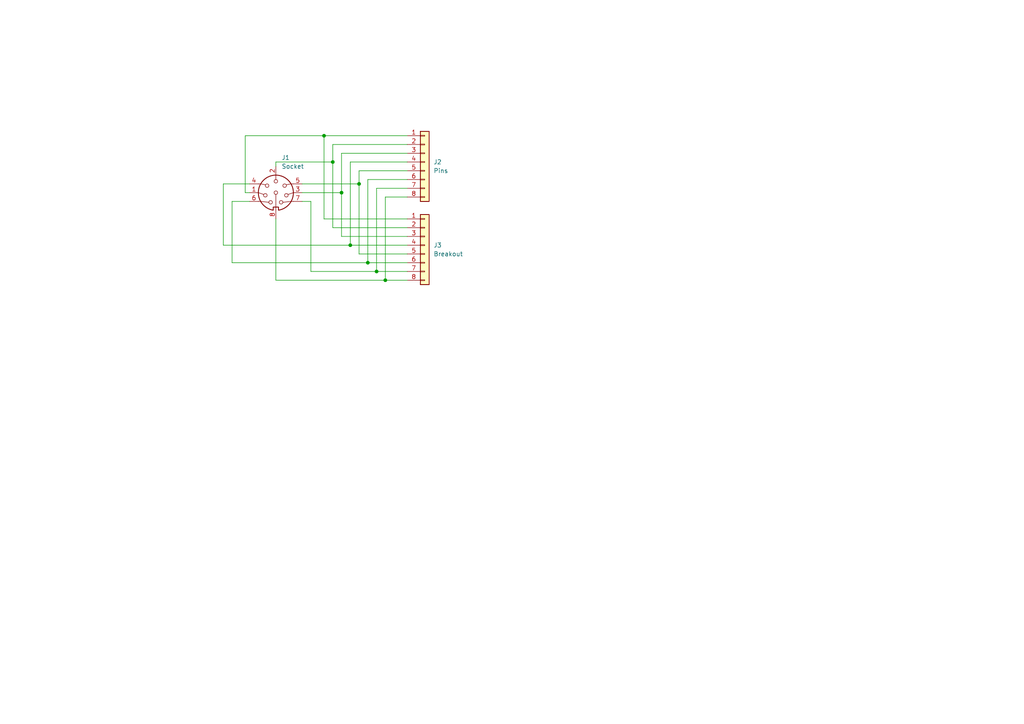
<source format=kicad_sch>
(kicad_sch (version 20250114) (generator "eeschema") (generator_version "9.0")
  (paper "A4")
  (lib_symbols
    (symbol "Connector:DIN-8" (pin_names (offset 1.016))
      (property "Reference" "J" (at 3.175 5.715 0))
      (property "Value" "DIN-8" (at 2.032 -5.842 0))
      (symbol "DIN-8_0_1"
        (polyline (pts (xy -5.08 2.54) (xy -4.318 2.54) (xy -3.048 2.286)))
        (polyline (pts (xy -5.08 0) (xy -3.556 -0.508)))
        (polyline (pts (xy -5.08 -2.54) (xy -4.318 -2.54) (xy -2.032 -2.794)))
        (circle (center -3.048 -0.762) (radius 0.508))
        (circle (center -2.54 2.032) (radius 0.508))
        (circle (center -1.524 -2.794) (radius 0.508))
        (polyline (pts (xy -0.762 -4.953) (xy -0.762 -4.191) (xy 0.762 -4.191) (xy 0.762 -4.953)) (stroke (width 0.254)))
        (arc (start 5.08 0) (mid 3.8673 -3.3444) (end 0.762 -5.08) (stroke (width 0.254)))
        (polyline (pts (xy 0 5.08) (xy 0 3.81)))
        (circle (center 0 3.302) (radius 0.508))
        (circle (center 0 0) (radius 0.508))
        (arc (start -5.08 0) (mid 0 5.0579) (end 5.08 0) (stroke (width 0.254)))
        (polyline (pts (xy 0 -0.508) (xy 0 -5.08)))
        (arc (start -0.762 -5.08) (mid -3.8597 -3.3379) (end -5.08 0) (stroke (width 0.254)))
        (circle (center 1.524 -2.794) (radius 0.508))
        (circle (center 2.54 2.032) (radius 0.508))
        (circle (center 3.048 -0.762) (radius 0.508))
        (polyline (pts (xy 5.08 2.54) (xy 4.318 2.54) (xy 3.048 2.286)))
        (polyline (pts (xy 5.08 0) (xy 3.556 -0.508)))
        (polyline (pts (xy 5.08 -2.54) (xy 4.318 -2.54) (xy 2.032 -2.794)))
      )
      (symbol "DIN-8_1_1"
        (pin passive line (at -7.62 2.54 0) (length 2.54) (name "~") (number "4"))
        (pin passive line (at -7.62 0 0) (length 2.54) (name "~") (number "1"))
        (pin passive line (at -7.62 -2.54 0) (length 2.54) (name "~") (number "6"))
        (pin passive line (at 0 7.62 270) (length 2.54) (name "~") (number "2"))
        (pin passive line (at 0 -7.62 90) (length 2.54) (name "~") (number "8"))
        (pin passive line (at 7.62 2.54 180) (length 2.54) (name "~") (number "5"))
        (pin passive line (at 7.62 0 180) (length 2.54) (name "~") (number "3"))
        (pin passive line (at 7.62 -2.54 180) (length 2.54) (name "~") (number "7"))
      )
    )
    (symbol "Connector_Generic:Conn_01x08" (pin_names (offset 1.016) (hide yes))
      (property "Reference" "J" (at 0 10.16 0))
      (property "Value" "Conn_01x08" (at 0 -12.7 0))
      (symbol "Conn_01x08_1_1"
        (rectangle (start -1.27 8.89) (end 1.27 -11.43) (stroke (width 0.254)) (fill (type background)))
        (rectangle (start -1.27 7.747) (end 0 7.493) (stroke (width 0.1524)))
        (rectangle (start -1.27 5.207) (end 0 4.953) (stroke (width 0.1524)))
        (rectangle (start -1.27 2.667) (end 0 2.413) (stroke (width 0.1524)))
        (rectangle (start -1.27 0.127) (end 0 -0.127) (stroke (width 0.1524)))
        (rectangle (start -1.27 -2.413) (end 0 -2.667) (stroke (width 0.1524)))
        (rectangle (start -1.27 -4.953) (end 0 -5.207) (stroke (width 0.1524)))
        (rectangle (start -1.27 -7.493) (end 0 -7.747) (stroke (width 0.1524)))
        (rectangle (start -1.27 -10.033) (end 0 -10.287) (stroke (width 0.1524)))
        (pin passive line (at -5.08 7.62 0) (length 3.81) (name "Pin_1") (number "1"))
        (pin passive line (at -5.08 5.08 0) (length 3.81) (name "Pin_2") (number "2"))
        (pin passive line (at -5.08 2.54 0) (length 3.81) (name "Pin_3") (number "3"))
        (pin passive line (at -5.08 0 0) (length 3.81) (name "Pin_4") (number "4"))
        (pin passive line (at -5.08 -2.54 0) (length 3.81) (name "Pin_5") (number "5"))
        (pin passive line (at -5.08 -5.08 0) (length 3.81) (name "Pin_6") (number "6"))
        (pin passive line (at -5.08 -7.62 0) (length 3.81) (name "Pin_7") (number "7"))
        (pin passive line (at -5.08 -10.16 0) (length 3.81) (name "Pin_8") (number "8"))
      )
    )
  )
  (junction (at 93.98 39.37))
  (junction (at 96.52 46.99))
  (junction (at 101.6 71.12))
  (junction (at 109.22 78.74))
  (junction (at 111.76 81.28))
  (junction (at 104.14 53.34))
  (junction (at 106.68 76.2))
  (junction (at 99.06 55.88))
  (wire (pts (xy 93.98 63.5) (xy 93.98 39.37)))
  (wire (pts (xy 118.11 41.91) (xy 96.52 41.91)))
  (wire (pts (xy 111.76 81.28) (xy 118.11 81.28)))
  (wire (pts (xy 109.22 54.61) (xy 109.22 78.74)))
  (wire (pts (xy 67.31 58.42) (xy 67.31 76.2)))
  (wire (pts (xy 118.11 49.53) (xy 104.14 49.53)))
  (wire (pts (xy 71.12 39.37) (xy 93.98 39.37)))
  (wire (pts (xy 99.06 55.88) (xy 99.06 68.58)))
  (wire (pts (xy 118.11 57.15) (xy 111.76 57.15)))
  (wire (pts (xy 99.06 68.58) (xy 118.11 68.58)))
  (wire (pts (xy 71.12 55.88) (xy 71.12 39.37)))
  (wire (pts (xy 104.14 53.34) (xy 104.14 73.66)))
  (wire (pts (xy 118.11 66.04) (xy 96.52 66.04)))
  (wire (pts (xy 104.14 49.53) (xy 104.14 53.34)))
  (wire (pts (xy 72.39 55.88) (xy 71.12 55.88)))
  (wire (pts (xy 96.52 66.04) (xy 96.52 46.99)))
  (wire (pts (xy 67.31 58.42) (xy 72.39 58.42)))
  (wire (pts (xy 106.68 52.07) (xy 118.11 52.07)))
  (wire (pts (xy 80.01 63.5) (xy 80.01 81.28)))
  (wire (pts (xy 90.17 78.74) (xy 109.22 78.74)))
  (wire (pts (xy 96.52 46.99) (xy 96.52 41.91)))
  (wire (pts (xy 106.68 76.2) (xy 106.68 52.07)))
  (wire (pts (xy 118.11 63.5) (xy 93.98 63.5)))
  (wire (pts (xy 109.22 78.74) (xy 118.11 78.74)))
  (wire (pts (xy 64.77 71.12) (xy 101.6 71.12)))
  (wire (pts (xy 118.11 76.2) (xy 106.68 76.2)))
  (wire (pts (xy 118.11 44.45) (xy 99.06 44.45)))
  (wire (pts (xy 87.63 53.34) (xy 104.14 53.34)))
  (wire (pts (xy 90.17 58.42) (xy 90.17 78.74)))
  (wire (pts (xy 80.01 46.99) (xy 96.52 46.99)))
  (wire (pts (xy 80.01 46.99) (xy 80.01 48.26)))
  (wire (pts (xy 101.6 71.12) (xy 101.6 46.99)))
  (wire (pts (xy 64.77 53.34) (xy 64.77 71.12)))
  (wire (pts (xy 104.14 73.66) (xy 118.11 73.66)))
  (wire (pts (xy 90.17 58.42) (xy 87.63 58.42)))
  (wire (pts (xy 118.11 71.12) (xy 101.6 71.12)))
  (wire (pts (xy 101.6 46.99) (xy 118.11 46.99)))
  (wire (pts (xy 87.63 55.88) (xy 99.06 55.88)))
  (wire (pts (xy 64.77 53.34) (xy 72.39 53.34)))
  (wire (pts (xy 111.76 57.15) (xy 111.76 81.28)))
  (wire (pts (xy 67.31 76.2) (xy 106.68 76.2)))
  (wire (pts (xy 80.01 81.28) (xy 111.76 81.28)))
  (wire (pts (xy 93.98 39.37) (xy 118.11 39.37)))
  (wire (pts (xy 118.11 54.61) (xy 109.22 54.61)))
  (wire (pts (xy 99.06 44.45) (xy 99.06 55.88)))
  (symbol (lib_id "Connector_Generic:Conn_01x08") (at 123.19 71.12 0) (unit 1)
    (property "Reference" "J3" (at 125.73 71.1199 0) (effects (justify left)))
    (property "Value" "Breakout" (at 125.73 73.6599 0) (effects (justify left)))
    (property "Footprint" "Connector_PinHeader_2.54mm:PinHeader_1x08_P2.54mm_Vertical" (effects (hide yes)))
    (property "Description" "Generic connector, single row, 01x08, script generated (kicad-library-utils/schlib/autogen/connector/)" (effects (hide yes)))
  )
  (symbol (lib_id "Connector:DIN-8") (at 80.01 55.88 0) (unit 1)
    (property "Reference" "J1" (at 81.6611 45.72 0) (effects (justify left)))
    (property "Value" "Socket" (at 81.6611 48.26 0) (effects (justify left)))
    (property "Footprint" "T-Pau:DIN-8-270" (effects (hide yes)))
    (property "Datasheet" "http://www.mouser.com/ds/2/18/40_c091_abd_e-75918.pdf" (effects (hide yes)))
    (property "Description" "8-pin DIN connector" (effects (hide yes)))
  )
  (symbol (lib_id "Connector_Generic:Conn_01x08") (at 123.19 46.99 0) (unit 1)
    (property "Reference" "J2" (at 125.73 46.9899 0) (effects (justify left)))
    (property "Value" "Pins" (at 125.73 49.5299 0) (effects (justify left)))
    (property "Footprint" "Connector_PinHeader_2.54mm:PinHeader_1x08_P2.54mm_Vertical" (effects (hide yes)))
    (property "Description" "Generic connector, single row, 01x08, script generated (kicad-library-utils/schlib/autogen/connector/)" (effects (hide yes)))
  )
)
</source>
